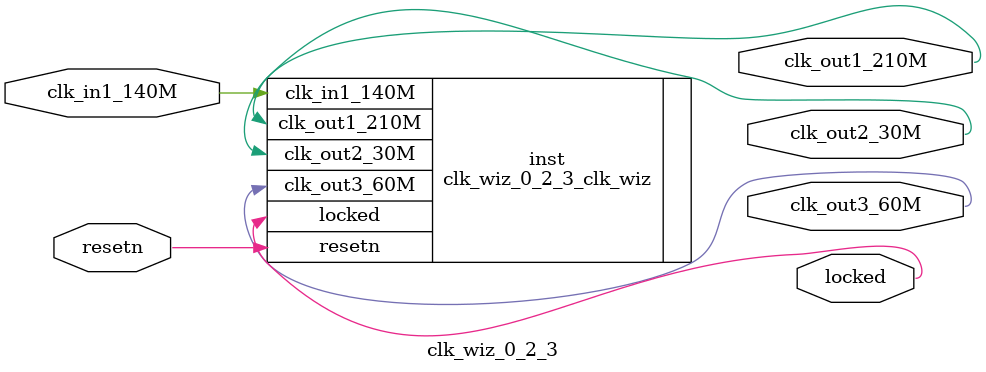
<source format=v>


`timescale 1ps/1ps

(* CORE_GENERATION_INFO = "clk_wiz_0_2_3,clk_wiz_v5_4_3_0,{component_name=clk_wiz_0_2_3,use_phase_alignment=true,use_min_o_jitter=true,use_max_i_jitter=false,use_dyn_phase_shift=false,use_inclk_switchover=false,use_dyn_reconfig=false,enable_axi=0,feedback_source=FDBK_AUTO,PRIMITIVE=PLL,num_out_clk=3,clkin1_period=7.143,clkin2_period=10.000,use_power_down=false,use_reset=true,use_locked=true,use_inclk_stopped=false,feedback_type=SINGLE,CLOCK_MGR_TYPE=NA,manual_override=false}" *)

module clk_wiz_0_2_3 
 (
  // Clock out ports
  output        clk_out1_210M,
  output        clk_out2_30M,
  output        clk_out3_60M,
  // Status and control signals
  input         resetn,
  output        locked,
 // Clock in ports
  input         clk_in1_140M
 );

  clk_wiz_0_2_3_clk_wiz inst
  (
  // Clock out ports  
  .clk_out1_210M(clk_out1_210M),
  .clk_out2_30M(clk_out2_30M),
  .clk_out3_60M(clk_out3_60M),
  // Status and control signals               
  .resetn(resetn), 
  .locked(locked),
 // Clock in ports
  .clk_in1_140M(clk_in1_140M)
  );

endmodule

</source>
